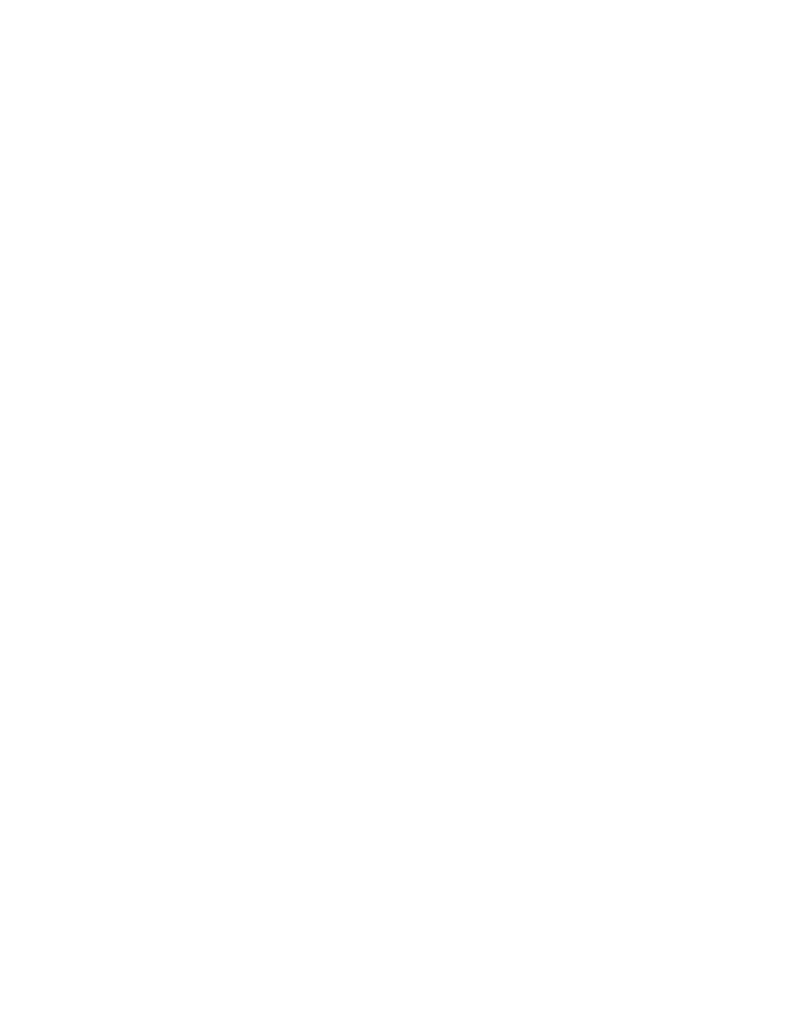
<source format=gto>
G04 #@! TF.GenerationSoftware,KiCad,Pcbnew,7.0.7-7.0.7~ubuntu22.04.1*
G04 #@! TF.CreationDate,2023-09-17T14:22:27+02:00*
G04 #@! TF.ProjectId,100x100mm_all,31303078-3130-4306-9d6d-5f616c6c2e6b,rev?*
G04 #@! TF.SameCoordinates,Original*
G04 #@! TF.FileFunction,Legend,Top*
G04 #@! TF.FilePolarity,Positive*
%FSLAX46Y46*%
G04 Gerber Fmt 4.6, Leading zero omitted, Abs format (unit mm)*
G04 Created by KiCad (PCBNEW 7.0.7-7.0.7~ubuntu22.04.1) date 2023-09-17 14:22:27*
%MOMM*%
%LPD*%
G01*
G04 APERTURE LIST*
%ADD10C,0.120000*%
G04 APERTURE END LIST*
D10*
X156196420Y-126236000D02*
X156477580Y-126236000D01*
X156196420Y-127256000D02*
X156477580Y-127256000D01*
X104027500Y-132858742D02*
X104027500Y-133333258D01*
X102982500Y-132858742D02*
X102982500Y-133333258D01*
X100205000Y-138035420D02*
X100205000Y-138316580D01*
X99185000Y-138035420D02*
X99185000Y-138316580D01*
X148987742Y-95743500D02*
X149462258Y-95743500D01*
X148987742Y-96788500D02*
X149462258Y-96788500D01*
X114425000Y-138316580D02*
X114425000Y-138035420D01*
X115445000Y-138316580D02*
X115445000Y-138035420D01*
X123065000Y-138035420D02*
X123065000Y-138316580D01*
X122045000Y-138035420D02*
X122045000Y-138316580D01*
X149462258Y-108218500D02*
X148987742Y-108218500D01*
X149462258Y-107173500D02*
X148987742Y-107173500D01*
X159622258Y-108218500D02*
X159147742Y-108218500D01*
X159622258Y-107173500D02*
X159147742Y-107173500D01*
X118110000Y-58186000D02*
X114660000Y-58186000D01*
X118110000Y-58186000D02*
X120060000Y-58186000D01*
X118110000Y-68306000D02*
X116160000Y-68306000D01*
X118110000Y-68306000D02*
X120060000Y-68306000D01*
X104755000Y-139446000D02*
X104755000Y-142896000D01*
X104755000Y-139446000D02*
X104755000Y-137496000D01*
X109875000Y-139446000D02*
X109875000Y-141396000D01*
X109875000Y-139446000D02*
X109875000Y-137496000D01*
X152805000Y-124546000D02*
X155805000Y-124546000D01*
X154305000Y-121326000D02*
X155805000Y-121326000D01*
X104015000Y-140575420D02*
X104015000Y-140856580D01*
X102995000Y-140575420D02*
X102995000Y-140856580D01*
X119505000Y-133236580D02*
X119505000Y-132955420D01*
X120525000Y-133236580D02*
X120525000Y-132955420D01*
X100205000Y-140575420D02*
X100205000Y-140856580D01*
X99185000Y-140575420D02*
X99185000Y-140856580D01*
X156196420Y-103376000D02*
X156477580Y-103376000D01*
X156196420Y-104396000D02*
X156477580Y-104396000D01*
X96645000Y-133236580D02*
X96645000Y-132955420D01*
X97665000Y-133236580D02*
X97665000Y-132955420D01*
X111647500Y-145558742D02*
X111647500Y-146033258D01*
X110602500Y-145558742D02*
X110602500Y-146033258D01*
X123065000Y-140575420D02*
X123065000Y-140856580D01*
X122045000Y-140575420D02*
X122045000Y-140856580D01*
X115457500Y-132858742D02*
X115457500Y-133333258D01*
X114412500Y-132858742D02*
X114412500Y-133333258D01*
X152132420Y-95756000D02*
X152413580Y-95756000D01*
X152132420Y-96776000D02*
X152413580Y-96776000D01*
X111647500Y-132858742D02*
X111647500Y-133333258D01*
X110602500Y-132858742D02*
X110602500Y-133333258D01*
X159147742Y-95743500D02*
X159622258Y-95743500D01*
X159147742Y-96788500D02*
X159622258Y-96788500D01*
X152132420Y-126236000D02*
X152413580Y-126236000D01*
X152132420Y-127256000D02*
X152413580Y-127256000D01*
X118110000Y-111526000D02*
X114660000Y-111526000D01*
X118110000Y-111526000D02*
X120060000Y-111526000D01*
X118110000Y-121646000D02*
X116160000Y-121646000D01*
X118110000Y-121646000D02*
X120060000Y-121646000D01*
X159147742Y-103363500D02*
X159622258Y-103363500D01*
X159147742Y-104408500D02*
X159622258Y-104408500D01*
X111635000Y-138035420D02*
X111635000Y-138316580D01*
X110615000Y-138035420D02*
X110615000Y-138316580D01*
X108075000Y-145936580D02*
X108075000Y-145655420D01*
X109095000Y-145936580D02*
X109095000Y-145655420D01*
X92597500Y-132858742D02*
X92597500Y-133333258D01*
X91552500Y-132858742D02*
X91552500Y-133333258D01*
X156477580Y-115826000D02*
X156196420Y-115826000D01*
X156477580Y-114806000D02*
X156196420Y-114806000D01*
X105535000Y-145936580D02*
X105535000Y-145655420D01*
X106555000Y-145936580D02*
X106555000Y-145655420D01*
X100217500Y-132858742D02*
X100217500Y-133333258D01*
X99172500Y-132858742D02*
X99172500Y-133333258D01*
X94105000Y-133236580D02*
X94105000Y-132955420D01*
X95125000Y-133236580D02*
X95125000Y-132955420D01*
X118110000Y-84856000D02*
X114660000Y-84856000D01*
X118110000Y-84856000D02*
X120060000Y-84856000D01*
X118110000Y-94976000D02*
X116160000Y-94976000D01*
X118110000Y-94976000D02*
X120060000Y-94976000D01*
X102982500Y-146033258D02*
X102982500Y-145558742D01*
X104027500Y-146033258D02*
X104027500Y-145558742D01*
X108075000Y-133236580D02*
X108075000Y-132955420D01*
X109095000Y-133236580D02*
X109095000Y-132955420D01*
X159622258Y-115838500D02*
X159147742Y-115838500D01*
X159622258Y-114793500D02*
X159147742Y-114793500D01*
X152132420Y-103376000D02*
X152413580Y-103376000D01*
X152132420Y-104396000D02*
X152413580Y-104396000D01*
X148987742Y-126223500D02*
X149462258Y-126223500D01*
X148987742Y-127268500D02*
X149462258Y-127268500D01*
X111635000Y-140575420D02*
X111635000Y-140856580D01*
X110615000Y-140575420D02*
X110615000Y-140856580D01*
X100217500Y-145558742D02*
X100217500Y-146033258D01*
X99172500Y-145558742D02*
X99172500Y-146033258D01*
X91565000Y-138316580D02*
X91565000Y-138035420D01*
X92585000Y-138316580D02*
X92585000Y-138035420D01*
X119505000Y-145936580D02*
X119505000Y-145655420D01*
X120525000Y-145936580D02*
X120525000Y-145655420D01*
X156477580Y-108206000D02*
X156196420Y-108206000D01*
X156477580Y-107186000D02*
X156196420Y-107186000D01*
X148987742Y-103363500D02*
X149462258Y-103363500D01*
X148987742Y-104408500D02*
X149462258Y-104408500D01*
X149462258Y-115838500D02*
X148987742Y-115838500D01*
X149462258Y-114793500D02*
X148987742Y-114793500D01*
X93325000Y-139446000D02*
X93325000Y-142896000D01*
X93325000Y-139446000D02*
X93325000Y-137496000D01*
X98445000Y-139446000D02*
X98445000Y-141396000D01*
X98445000Y-139446000D02*
X98445000Y-137496000D01*
X115445000Y-140575420D02*
X115445000Y-140856580D01*
X114425000Y-140575420D02*
X114425000Y-140856580D01*
X152805000Y-101686000D02*
X155805000Y-101686000D01*
X154305000Y-98466000D02*
X155805000Y-98466000D01*
X102995000Y-138316580D02*
X102995000Y-138035420D01*
X104015000Y-138316580D02*
X104015000Y-138035420D01*
X91552500Y-146033258D02*
X91552500Y-145558742D01*
X92597500Y-146033258D02*
X92597500Y-145558742D01*
X123077500Y-132858742D02*
X123077500Y-133333258D01*
X122032500Y-132858742D02*
X122032500Y-133333258D01*
X116965000Y-145936580D02*
X116965000Y-145655420D01*
X117985000Y-145936580D02*
X117985000Y-145655420D01*
X148987742Y-118603500D02*
X149462258Y-118603500D01*
X148987742Y-119648500D02*
X149462258Y-119648500D01*
X123077500Y-145558742D02*
X123077500Y-146033258D01*
X122032500Y-145558742D02*
X122032500Y-146033258D01*
X96645000Y-145936580D02*
X96645000Y-145655420D01*
X97665000Y-145936580D02*
X97665000Y-145655420D01*
X156196420Y-118616000D02*
X156477580Y-118616000D01*
X156196420Y-119636000D02*
X156477580Y-119636000D01*
X116185000Y-139446000D02*
X116185000Y-142896000D01*
X116185000Y-139446000D02*
X116185000Y-137496000D01*
X121305000Y-139446000D02*
X121305000Y-141396000D01*
X121305000Y-139446000D02*
X121305000Y-137496000D01*
X152413580Y-108206000D02*
X152132420Y-108206000D01*
X152413580Y-107186000D02*
X152132420Y-107186000D01*
X94105000Y-145936580D02*
X94105000Y-145655420D01*
X95125000Y-145936580D02*
X95125000Y-145655420D01*
X155805000Y-109896000D02*
X152805000Y-109896000D01*
X154305000Y-113116000D02*
X152805000Y-113116000D01*
X152132420Y-118616000D02*
X152413580Y-118616000D01*
X152132420Y-119636000D02*
X152413580Y-119636000D01*
X105535000Y-133236580D02*
X105535000Y-132955420D01*
X106555000Y-133236580D02*
X106555000Y-132955420D01*
X114412500Y-146033258D02*
X114412500Y-145558742D01*
X115457500Y-146033258D02*
X115457500Y-145558742D01*
X152413580Y-115826000D02*
X152132420Y-115826000D01*
X152413580Y-114806000D02*
X152132420Y-114806000D01*
X92585000Y-140575420D02*
X92585000Y-140856580D01*
X91565000Y-140575420D02*
X91565000Y-140856580D01*
X159147742Y-126223500D02*
X159622258Y-126223500D01*
X159147742Y-127268500D02*
X159622258Y-127268500D01*
X116965000Y-133236580D02*
X116965000Y-132955420D01*
X117985000Y-133236580D02*
X117985000Y-132955420D01*
X159147742Y-118603500D02*
X159622258Y-118603500D01*
X159147742Y-119648500D02*
X159622258Y-119648500D01*
X156196420Y-95756000D02*
X156477580Y-95756000D01*
X156196420Y-96776000D02*
X156477580Y-96776000D01*
%LPC*%
G36*
X185921121Y-50439002D02*
G01*
X185967614Y-50492658D01*
X185979000Y-50545000D01*
X185979000Y-148388000D01*
X185958998Y-148456121D01*
X185905342Y-148502614D01*
X185853000Y-148514000D01*
X90804000Y-148514000D01*
X90735879Y-148493998D01*
X90689386Y-148440342D01*
X90678000Y-148388000D01*
X90678000Y-146050006D01*
X101092000Y-146050006D01*
X101112576Y-146193113D01*
X101112578Y-146193120D01*
X101172644Y-146324647D01*
X101267331Y-146433921D01*
X101388967Y-146512091D01*
X101388971Y-146512093D01*
X101527704Y-146552829D01*
X101672296Y-146552829D01*
X101811028Y-146512093D01*
X101811032Y-146512091D01*
X101932668Y-146433921D01*
X102027355Y-146324647D01*
X102087421Y-146193120D01*
X102087423Y-146193113D01*
X102107999Y-146050006D01*
X112522000Y-146050006D01*
X112542576Y-146193113D01*
X112542578Y-146193120D01*
X112602644Y-146324647D01*
X112697331Y-146433921D01*
X112818967Y-146512091D01*
X112818971Y-146512093D01*
X112957704Y-146552829D01*
X113102296Y-146552829D01*
X113241028Y-146512093D01*
X113241032Y-146512091D01*
X113362668Y-146433921D01*
X113457355Y-146324647D01*
X113517421Y-146193120D01*
X113517423Y-146193113D01*
X113537999Y-146050006D01*
X123952000Y-146050006D01*
X123972576Y-146193113D01*
X123972578Y-146193120D01*
X124032644Y-146324647D01*
X124127331Y-146433921D01*
X124248967Y-146512091D01*
X124248971Y-146512093D01*
X124387704Y-146552829D01*
X124532296Y-146552829D01*
X124671028Y-146512093D01*
X124671032Y-146512091D01*
X124792668Y-146433921D01*
X124887355Y-146324647D01*
X124947421Y-146193120D01*
X124947423Y-146193113D01*
X124967999Y-146050006D01*
X129032000Y-146050006D01*
X129052576Y-146193113D01*
X129052578Y-146193120D01*
X129112644Y-146324647D01*
X129207331Y-146433921D01*
X129328967Y-146512091D01*
X129328971Y-146512093D01*
X129467704Y-146552829D01*
X129612296Y-146552829D01*
X129751028Y-146512093D01*
X129751032Y-146512091D01*
X129872668Y-146433921D01*
X129967355Y-146324647D01*
X130027421Y-146193120D01*
X130027423Y-146193113D01*
X130047999Y-146050006D01*
X145542000Y-146050006D01*
X145562576Y-146193113D01*
X145562578Y-146193120D01*
X145622644Y-146324647D01*
X145717331Y-146433921D01*
X145838967Y-146512091D01*
X145838971Y-146512093D01*
X145977704Y-146552829D01*
X146122296Y-146552829D01*
X146261028Y-146512093D01*
X146261032Y-146512091D01*
X146382668Y-146433921D01*
X146477355Y-146324647D01*
X146537421Y-146193120D01*
X146537423Y-146193113D01*
X146557999Y-146050006D01*
X162052000Y-146050006D01*
X162072576Y-146193113D01*
X162072578Y-146193120D01*
X162132644Y-146324647D01*
X162227331Y-146433921D01*
X162348967Y-146512091D01*
X162348971Y-146512093D01*
X162487704Y-146552829D01*
X162632296Y-146552829D01*
X162771028Y-146512093D01*
X162771032Y-146512091D01*
X162892668Y-146433921D01*
X162987355Y-146324647D01*
X163047421Y-146193120D01*
X163047423Y-146193113D01*
X163067999Y-146050006D01*
X163068000Y-146050002D01*
X163068000Y-138811006D01*
X173482000Y-138811006D01*
X173502576Y-138954113D01*
X173502578Y-138954120D01*
X173562644Y-139085647D01*
X173657331Y-139194921D01*
X173778967Y-139273091D01*
X173778971Y-139273093D01*
X173917704Y-139313829D01*
X174062296Y-139313829D01*
X174201028Y-139273093D01*
X174201032Y-139273091D01*
X174322668Y-139194921D01*
X174417355Y-139085647D01*
X174477421Y-138954120D01*
X174477423Y-138954113D01*
X174497999Y-138811006D01*
X174498000Y-138811001D01*
X174498000Y-132333998D01*
X174497999Y-132333993D01*
X174477423Y-132190886D01*
X174477421Y-132190879D01*
X174417355Y-132059352D01*
X174322668Y-131950078D01*
X174201032Y-131871908D01*
X174201028Y-131871906D01*
X174062296Y-131831171D01*
X173917704Y-131831171D01*
X173778971Y-131871906D01*
X173778967Y-131871908D01*
X173657331Y-131950078D01*
X173562644Y-132059352D01*
X173502578Y-132190879D01*
X173502576Y-132190886D01*
X173482000Y-132333993D01*
X173482000Y-138811006D01*
X163068000Y-138811006D01*
X163068000Y-138175997D01*
X163067999Y-138175993D01*
X163047423Y-138032886D01*
X163047421Y-138032879D01*
X162987355Y-137901352D01*
X162892668Y-137792078D01*
X162771032Y-137713908D01*
X162771028Y-137713906D01*
X162632296Y-137673171D01*
X162487704Y-137673171D01*
X162348971Y-137713906D01*
X162348967Y-137713908D01*
X162227331Y-137792078D01*
X162132644Y-137901352D01*
X162072578Y-138032879D01*
X162072576Y-138032886D01*
X162052000Y-138175993D01*
X162052000Y-146050006D01*
X146557999Y-146050006D01*
X146558000Y-146050001D01*
X146558000Y-140153296D01*
X150500171Y-140153296D01*
X150540906Y-140292028D01*
X150540908Y-140292032D01*
X150619078Y-140413668D01*
X150728352Y-140508355D01*
X150859879Y-140568421D01*
X150859886Y-140568423D01*
X151002993Y-140588999D01*
X151002998Y-140589000D01*
X157607002Y-140589000D01*
X157607006Y-140588999D01*
X157750113Y-140568423D01*
X157750120Y-140568421D01*
X157881647Y-140508355D01*
X157990921Y-140413668D01*
X158069091Y-140292032D01*
X158069093Y-140292028D01*
X158109829Y-140153296D01*
X158109829Y-140008703D01*
X158069093Y-139869971D01*
X158069091Y-139869967D01*
X157990921Y-139748331D01*
X157881647Y-139653644D01*
X157750120Y-139593578D01*
X157750113Y-139593576D01*
X157607006Y-139573000D01*
X151002993Y-139573000D01*
X150859886Y-139593576D01*
X150859879Y-139593578D01*
X150728352Y-139653644D01*
X150619078Y-139748331D01*
X150540908Y-139869967D01*
X150540906Y-139869971D01*
X150500171Y-140008703D01*
X150500171Y-140153296D01*
X146558000Y-140153296D01*
X146558000Y-138175998D01*
X146557999Y-138175993D01*
X146537423Y-138032886D01*
X146537421Y-138032879D01*
X146477355Y-137901352D01*
X146382668Y-137792078D01*
X146261032Y-137713908D01*
X146261028Y-137713906D01*
X146122296Y-137673171D01*
X145977704Y-137673171D01*
X145838971Y-137713906D01*
X145838967Y-137713908D01*
X145717331Y-137792078D01*
X145622644Y-137901352D01*
X145562578Y-138032879D01*
X145562576Y-138032886D01*
X145542000Y-138175993D01*
X145542000Y-146050006D01*
X130047999Y-146050006D01*
X130048000Y-146050002D01*
X130048000Y-140153296D01*
X133990171Y-140153296D01*
X134030906Y-140292028D01*
X134030908Y-140292032D01*
X134109078Y-140413668D01*
X134218352Y-140508355D01*
X134349879Y-140568421D01*
X134349886Y-140568423D01*
X134492993Y-140588999D01*
X134492998Y-140589000D01*
X141097002Y-140589000D01*
X141097006Y-140588999D01*
X141240113Y-140568423D01*
X141240120Y-140568421D01*
X141371647Y-140508355D01*
X141480921Y-140413668D01*
X141559091Y-140292032D01*
X141559093Y-140292028D01*
X141599829Y-140153296D01*
X141599829Y-140008703D01*
X141559093Y-139869971D01*
X141559091Y-139869967D01*
X141480921Y-139748331D01*
X141371647Y-139653644D01*
X141240120Y-139593578D01*
X141240113Y-139593576D01*
X141097006Y-139573000D01*
X134492993Y-139573000D01*
X134349886Y-139593576D01*
X134349879Y-139593578D01*
X134218352Y-139653644D01*
X134109078Y-139748331D01*
X134030908Y-139869967D01*
X134030906Y-139869971D01*
X133990171Y-140008703D01*
X133990171Y-140153296D01*
X130048000Y-140153296D01*
X130048000Y-138175998D01*
X130047999Y-138175993D01*
X130027423Y-138032886D01*
X130027421Y-138032879D01*
X129967355Y-137901352D01*
X129872668Y-137792078D01*
X129751032Y-137713908D01*
X129751028Y-137713906D01*
X129612296Y-137673171D01*
X129467704Y-137673171D01*
X129328971Y-137713906D01*
X129328967Y-137713908D01*
X129207331Y-137792078D01*
X129112644Y-137901352D01*
X129052578Y-138032879D01*
X129052576Y-138032886D01*
X129032000Y-138175993D01*
X129032000Y-146050006D01*
X124967999Y-146050006D01*
X124968000Y-146050001D01*
X124968000Y-133223006D01*
X129032000Y-133223006D01*
X129052576Y-133366113D01*
X129052578Y-133366120D01*
X129112644Y-133497647D01*
X129207331Y-133606921D01*
X129328967Y-133685091D01*
X129328971Y-133685093D01*
X129467704Y-133725829D01*
X129612296Y-133725829D01*
X129751028Y-133685093D01*
X129751032Y-133685091D01*
X129872668Y-133606921D01*
X129967355Y-133497647D01*
X130027421Y-133366120D01*
X130027423Y-133366113D01*
X130047999Y-133223006D01*
X145542000Y-133223006D01*
X145562576Y-133366113D01*
X145562578Y-133366120D01*
X145622644Y-133497647D01*
X145717331Y-133606921D01*
X145838967Y-133685091D01*
X145838971Y-133685093D01*
X145977704Y-133725829D01*
X146122296Y-133725829D01*
X146261028Y-133685093D01*
X146261032Y-133685091D01*
X146382668Y-133606921D01*
X146477355Y-133497647D01*
X146537421Y-133366120D01*
X146537423Y-133366113D01*
X146557999Y-133223006D01*
X162052000Y-133223006D01*
X162072576Y-133366113D01*
X162072578Y-133366120D01*
X162132644Y-133497647D01*
X162227331Y-133606921D01*
X162348967Y-133685091D01*
X162348971Y-133685093D01*
X162487704Y-133725829D01*
X162632296Y-133725829D01*
X162771028Y-133685093D01*
X162771032Y-133685091D01*
X162892668Y-133606921D01*
X162987355Y-133497647D01*
X163047421Y-133366120D01*
X163047423Y-133366113D01*
X163067999Y-133223006D01*
X163068000Y-133223002D01*
X163068000Y-127453296D01*
X166756171Y-127453296D01*
X166796906Y-127592028D01*
X166796908Y-127592032D01*
X166875078Y-127713668D01*
X166984352Y-127808355D01*
X167115879Y-127868421D01*
X167115886Y-127868423D01*
X167258993Y-127888999D01*
X167258998Y-127889000D01*
X168783002Y-127889000D01*
X168783006Y-127888999D01*
X168926113Y-127868423D01*
X168926120Y-127868421D01*
X169057647Y-127808355D01*
X169166921Y-127713668D01*
X169245091Y-127592032D01*
X169245093Y-127592028D01*
X169285829Y-127453296D01*
X173233170Y-127453296D01*
X173273906Y-127592028D01*
X173273908Y-127592032D01*
X173352078Y-127713668D01*
X173461352Y-127808355D01*
X173592879Y-127868421D01*
X173592886Y-127868423D01*
X173735993Y-127888999D01*
X173735998Y-127889000D01*
X175260002Y-127889000D01*
X175260006Y-127888999D01*
X175403113Y-127868423D01*
X175403120Y-127868421D01*
X175534647Y-127808355D01*
X175643921Y-127713668D01*
X175722091Y-127592032D01*
X175722093Y-127592028D01*
X175762829Y-127453296D01*
X179329170Y-127453296D01*
X179369906Y-127592028D01*
X179369908Y-127592032D01*
X179448078Y-127713668D01*
X179557352Y-127808355D01*
X179688879Y-127868421D01*
X179688886Y-127868423D01*
X179831993Y-127888999D01*
X179831998Y-127889000D01*
X181356002Y-127889000D01*
X181356006Y-127888999D01*
X181499113Y-127868423D01*
X181499120Y-127868421D01*
X181630647Y-127808355D01*
X181739921Y-127713668D01*
X181818091Y-127592032D01*
X181818093Y-127592028D01*
X181858829Y-127453296D01*
X181858829Y-127308703D01*
X181818093Y-127169971D01*
X181818091Y-127169967D01*
X181739921Y-127048331D01*
X181630647Y-126953644D01*
X181499120Y-126893578D01*
X181499113Y-126893576D01*
X181356006Y-126873000D01*
X179831993Y-126873000D01*
X179688886Y-126893576D01*
X179688879Y-126893578D01*
X179557352Y-126953644D01*
X179448078Y-127048331D01*
X179369908Y-127169967D01*
X179369906Y-127169971D01*
X179329170Y-127308703D01*
X179329170Y-127453296D01*
X175762829Y-127453296D01*
X175762829Y-127308703D01*
X175722093Y-127169971D01*
X175722091Y-127169967D01*
X175643921Y-127048331D01*
X175534647Y-126953644D01*
X175403120Y-126893578D01*
X175403113Y-126893576D01*
X175260006Y-126873000D01*
X173735993Y-126873000D01*
X173592886Y-126893576D01*
X173592879Y-126893578D01*
X173461352Y-126953644D01*
X173352078Y-127048331D01*
X173273908Y-127169967D01*
X173273906Y-127169971D01*
X173233170Y-127308703D01*
X173233170Y-127453296D01*
X169285829Y-127453296D01*
X169285829Y-127308703D01*
X169245093Y-127169971D01*
X169245091Y-127169967D01*
X169166921Y-127048331D01*
X169057647Y-126953644D01*
X168926120Y-126893578D01*
X168926113Y-126893576D01*
X168783006Y-126873000D01*
X167258993Y-126873000D01*
X167115886Y-126893576D01*
X167115879Y-126893578D01*
X166984352Y-126953644D01*
X166875078Y-127048331D01*
X166796908Y-127169967D01*
X166796906Y-127169971D01*
X166756171Y-127308703D01*
X166756171Y-127453296D01*
X163068000Y-127453296D01*
X163068000Y-125475998D01*
X163067999Y-125475993D01*
X163047423Y-125332886D01*
X163047421Y-125332879D01*
X162987355Y-125201352D01*
X162892668Y-125092078D01*
X162771032Y-125013908D01*
X162771028Y-125013906D01*
X162632296Y-124973171D01*
X162487704Y-124973171D01*
X162348971Y-125013906D01*
X162348967Y-125013908D01*
X162227331Y-125092078D01*
X162132644Y-125201352D01*
X162072578Y-125332879D01*
X162072576Y-125332886D01*
X162052000Y-125475993D01*
X162052000Y-133223006D01*
X146557999Y-133223006D01*
X146558000Y-133223002D01*
X146558000Y-128723296D01*
X150500171Y-128723296D01*
X150540906Y-128862028D01*
X150540908Y-128862032D01*
X150619078Y-128983668D01*
X150728352Y-129078355D01*
X150859879Y-129138421D01*
X150859886Y-129138423D01*
X151002993Y-129158999D01*
X151002998Y-129159000D01*
X157607002Y-129159000D01*
X157607006Y-129158999D01*
X157750113Y-129138423D01*
X157750120Y-129138421D01*
X157881647Y-129078355D01*
X157990921Y-128983668D01*
X158069091Y-128862032D01*
X158069093Y-128862028D01*
X158109829Y-128723296D01*
X158109829Y-128578703D01*
X158069093Y-128439971D01*
X158069091Y-128439967D01*
X157990921Y-128318331D01*
X157881647Y-128223644D01*
X157750120Y-128163578D01*
X157750113Y-128163576D01*
X157607006Y-128143000D01*
X151002993Y-128143000D01*
X150859886Y-128163576D01*
X150859879Y-128163578D01*
X150728352Y-128223644D01*
X150619078Y-128318331D01*
X150540908Y-128439967D01*
X150540906Y-128439971D01*
X150500171Y-128578703D01*
X150500171Y-128723296D01*
X146558000Y-128723296D01*
X146558000Y-125475997D01*
X146557999Y-125475993D01*
X146537423Y-125332886D01*
X146537421Y-125332879D01*
X146477355Y-125201352D01*
X146382668Y-125092078D01*
X146261032Y-125013908D01*
X146261028Y-125013906D01*
X146122296Y-124973171D01*
X145977704Y-124973171D01*
X145838971Y-125013906D01*
X145838967Y-125013908D01*
X145717331Y-125092078D01*
X145622644Y-125201352D01*
X145562578Y-125332879D01*
X145562576Y-125332886D01*
X145542000Y-125475993D01*
X145542000Y-133223006D01*
X130047999Y-133223006D01*
X130048000Y-133223002D01*
X130048000Y-131263296D01*
X133990171Y-131263296D01*
X134030906Y-131402028D01*
X134030908Y-131402032D01*
X134109078Y-131523668D01*
X134218352Y-131618355D01*
X134349879Y-131678421D01*
X134349886Y-131678423D01*
X134492993Y-131698999D01*
X134492998Y-131699000D01*
X141097002Y-131699000D01*
X141097006Y-131698999D01*
X141240113Y-131678423D01*
X141240120Y-131678421D01*
X141371647Y-131618355D01*
X141480921Y-131523668D01*
X141559091Y-131402032D01*
X141559093Y-131402028D01*
X141599829Y-131263296D01*
X141599829Y-131118703D01*
X141559093Y-130979971D01*
X141559091Y-130979967D01*
X141480921Y-130858331D01*
X141371647Y-130763644D01*
X141240120Y-130703578D01*
X141240113Y-130703576D01*
X141097006Y-130683000D01*
X134492993Y-130683000D01*
X134349886Y-130703576D01*
X134349879Y-130703578D01*
X134218352Y-130763644D01*
X134109078Y-130858331D01*
X134030908Y-130979967D01*
X134030906Y-130979971D01*
X133990171Y-131118703D01*
X133990171Y-131263296D01*
X130048000Y-131263296D01*
X130048000Y-125475997D01*
X130047999Y-125475993D01*
X130027423Y-125332886D01*
X130027421Y-125332879D01*
X129967355Y-125201352D01*
X129872668Y-125092078D01*
X129751032Y-125013908D01*
X129751028Y-125013906D01*
X129612296Y-124973171D01*
X129467704Y-124973171D01*
X129328971Y-125013906D01*
X129328967Y-125013908D01*
X129207331Y-125092078D01*
X129112644Y-125201352D01*
X129052578Y-125332879D01*
X129052576Y-125332886D01*
X129032000Y-125475993D01*
X129032000Y-133223006D01*
X124968000Y-133223006D01*
X124968000Y-132460998D01*
X124967999Y-132460993D01*
X124947423Y-132317886D01*
X124947421Y-132317879D01*
X124887355Y-132186352D01*
X124792668Y-132077078D01*
X124671032Y-131998908D01*
X124671028Y-131998906D01*
X124532296Y-131958171D01*
X124387704Y-131958171D01*
X124248971Y-131998906D01*
X124248967Y-131998908D01*
X124127331Y-132077078D01*
X124032644Y-132186352D01*
X123972578Y-132317879D01*
X123972576Y-132317886D01*
X123952000Y-132460993D01*
X123952000Y-146050006D01*
X113537999Y-146050006D01*
X113538000Y-146050001D01*
X113538000Y-132460998D01*
X113537999Y-132460993D01*
X113517423Y-132317886D01*
X113517421Y-132317879D01*
X113457355Y-132186352D01*
X113362668Y-132077078D01*
X113241032Y-131998908D01*
X113241028Y-131998906D01*
X113102296Y-131958171D01*
X112957704Y-131958171D01*
X112818971Y-131998906D01*
X112818967Y-131998908D01*
X112697331Y-132077078D01*
X112602644Y-132186352D01*
X112542578Y-132317879D01*
X112542576Y-132317886D01*
X112522000Y-132460993D01*
X112522000Y-146050006D01*
X102107999Y-146050006D01*
X102108000Y-146050002D01*
X102108000Y-132460997D01*
X102107999Y-132460993D01*
X102087423Y-132317886D01*
X102087421Y-132317879D01*
X102027355Y-132186352D01*
X101932668Y-132077078D01*
X101811032Y-131998908D01*
X101811028Y-131998906D01*
X101672296Y-131958171D01*
X101527704Y-131958171D01*
X101388971Y-131998906D01*
X101388967Y-131998908D01*
X101267331Y-132077078D01*
X101172644Y-132186352D01*
X101112578Y-132317879D01*
X101112576Y-132317886D01*
X101092000Y-132460993D01*
X101092000Y-146050006D01*
X90678000Y-146050006D01*
X90678000Y-129993296D01*
X94620171Y-129993296D01*
X94660906Y-130132028D01*
X94660908Y-130132032D01*
X94739078Y-130253668D01*
X94848352Y-130348355D01*
X94979879Y-130408421D01*
X94979886Y-130408423D01*
X95122993Y-130428999D01*
X95122998Y-130429000D01*
X99060002Y-130429000D01*
X99060006Y-130428999D01*
X99203113Y-130408423D01*
X99203120Y-130408421D01*
X99334647Y-130348355D01*
X99443921Y-130253668D01*
X99522091Y-130132032D01*
X99522093Y-130132028D01*
X99562829Y-129993296D01*
X103637171Y-129993296D01*
X103677906Y-130132028D01*
X103677908Y-130132032D01*
X103756078Y-130253668D01*
X103865352Y-130348355D01*
X103996879Y-130408421D01*
X103996886Y-130408423D01*
X104139993Y-130428999D01*
X104139998Y-130429000D01*
X110490002Y-130429000D01*
X110490006Y-130428999D01*
X110633113Y-130408423D01*
X110633120Y-130408421D01*
X110764647Y-130348355D01*
X110873921Y-130253668D01*
X110952091Y-130132032D01*
X110952093Y-130132028D01*
X110992829Y-129993296D01*
X115067171Y-129993296D01*
X115107906Y-130132028D01*
X115107908Y-130132032D01*
X115186078Y-130253668D01*
X115295352Y-130348355D01*
X115426879Y-130408421D01*
X115426886Y-130408423D01*
X115569993Y-130428999D01*
X115569998Y-130429000D01*
X122047002Y-130429000D01*
X122047006Y-130428999D01*
X122190113Y-130408423D01*
X122190120Y-130408421D01*
X122321647Y-130348355D01*
X122430921Y-130253668D01*
X122509091Y-130132032D01*
X122509093Y-130132028D01*
X122549829Y-129993296D01*
X122549829Y-129848703D01*
X122509093Y-129709971D01*
X122509091Y-129709967D01*
X122430921Y-129588331D01*
X122321647Y-129493644D01*
X122190120Y-129433578D01*
X122190113Y-129433576D01*
X122047006Y-129413000D01*
X115569993Y-129413000D01*
X115426886Y-129433576D01*
X115426879Y-129433578D01*
X115295352Y-129493644D01*
X115186078Y-129588331D01*
X115107908Y-129709967D01*
X115107906Y-129709971D01*
X115067171Y-129848703D01*
X115067171Y-129993296D01*
X110992829Y-129993296D01*
X110992829Y-129848703D01*
X110952093Y-129709971D01*
X110952091Y-129709967D01*
X110873921Y-129588331D01*
X110764647Y-129493644D01*
X110633120Y-129433578D01*
X110633113Y-129433576D01*
X110490006Y-129413000D01*
X104139993Y-129413000D01*
X103996886Y-129433576D01*
X103996879Y-129433578D01*
X103865352Y-129493644D01*
X103756078Y-129588331D01*
X103677908Y-129709967D01*
X103677906Y-129709971D01*
X103637171Y-129848703D01*
X103637171Y-129993296D01*
X99562829Y-129993296D01*
X99562829Y-129848703D01*
X99522093Y-129709971D01*
X99522091Y-129709967D01*
X99443921Y-129588331D01*
X99334647Y-129493644D01*
X99203120Y-129433578D01*
X99203113Y-129433576D01*
X99060006Y-129413000D01*
X95122993Y-129413000D01*
X94979886Y-129433576D01*
X94979879Y-129433578D01*
X94848352Y-129493644D01*
X94739078Y-129588331D01*
X94660908Y-129709967D01*
X94660906Y-129709971D01*
X94620171Y-129848703D01*
X94620171Y-129993296D01*
X90678000Y-129993296D01*
X90678000Y-124968006D01*
X106172000Y-124968006D01*
X106192576Y-125111113D01*
X106192578Y-125111120D01*
X106252644Y-125242647D01*
X106347331Y-125351921D01*
X106468967Y-125430091D01*
X106468971Y-125430093D01*
X106607704Y-125470829D01*
X106752296Y-125470829D01*
X106891028Y-125430093D01*
X106891032Y-125430091D01*
X107012668Y-125351921D01*
X107107355Y-125242647D01*
X107167421Y-125111120D01*
X107167423Y-125111113D01*
X107187999Y-124968006D01*
X107188000Y-124968001D01*
X107188000Y-122301006D01*
X168021000Y-122301006D01*
X168041576Y-122444113D01*
X168041578Y-122444120D01*
X168101644Y-122575647D01*
X168196331Y-122684921D01*
X168317967Y-122763091D01*
X168317971Y-122763093D01*
X168456704Y-122803829D01*
X168601296Y-122803829D01*
X168740028Y-122763093D01*
X168740032Y-122763091D01*
X168861668Y-122684921D01*
X168956355Y-122575647D01*
X169016421Y-122444120D01*
X169016423Y-122444113D01*
X169036999Y-122301006D01*
X173990000Y-122301006D01*
X174010576Y-122444113D01*
X174010578Y-122444120D01*
X174070644Y-122575647D01*
X174165331Y-122684921D01*
X174286967Y-122763091D01*
X174286971Y-122763093D01*
X174425704Y-122803829D01*
X174570296Y-122803829D01*
X174709028Y-122763093D01*
X174709032Y-122763091D01*
X174830668Y-122684921D01*
X174925355Y-122575647D01*
X174985421Y-122444120D01*
X174985423Y-122444113D01*
X175005999Y-122301006D01*
X179959000Y-122301006D01*
X179979576Y-122444113D01*
X179979578Y-122444120D01*
X180039644Y-122575647D01*
X180134331Y-122684921D01*
X180255967Y-122763091D01*
X180255971Y-122763093D01*
X180394704Y-122803829D01*
X180539296Y-122803829D01*
X180678028Y-122763093D01*
X180678032Y-122763091D01*
X180799668Y-122684921D01*
X180894355Y-122575647D01*
X180954421Y-122444120D01*
X180954423Y-122444113D01*
X180974999Y-122301006D01*
X180975000Y-122301001D01*
X180975000Y-99313998D01*
X180974999Y-99313993D01*
X180954423Y-99170886D01*
X180954421Y-99170879D01*
X180894355Y-99039352D01*
X180799668Y-98930078D01*
X180678032Y-98851908D01*
X180678028Y-98851906D01*
X180539296Y-98811171D01*
X180394704Y-98811171D01*
X180255971Y-98851906D01*
X180255967Y-98851908D01*
X180134331Y-98930078D01*
X180039644Y-99039352D01*
X179979578Y-99170879D01*
X179979576Y-99170886D01*
X179959000Y-99313993D01*
X179959000Y-122301006D01*
X175005999Y-122301006D01*
X175006000Y-122301001D01*
X175006000Y-99313997D01*
X175005999Y-99313993D01*
X174985423Y-99170886D01*
X174985421Y-99170879D01*
X174925355Y-99039352D01*
X174830668Y-98930078D01*
X174709032Y-98851908D01*
X174709028Y-98851906D01*
X174570296Y-98811171D01*
X174425704Y-98811171D01*
X174286971Y-98851906D01*
X174286967Y-98851908D01*
X174165331Y-98930078D01*
X174070644Y-99039352D01*
X174010578Y-99170879D01*
X174010576Y-99170886D01*
X173990000Y-99313993D01*
X173990000Y-122301006D01*
X169036999Y-122301006D01*
X169037000Y-122301001D01*
X169037000Y-99313997D01*
X169036999Y-99313993D01*
X169016423Y-99170886D01*
X169016421Y-99170879D01*
X168956355Y-99039352D01*
X168861668Y-98930078D01*
X168740032Y-98851908D01*
X168740028Y-98851906D01*
X168601296Y-98811171D01*
X168456704Y-98811171D01*
X168317971Y-98851906D01*
X168317967Y-98851908D01*
X168196331Y-98930078D01*
X168101644Y-99039352D01*
X168041578Y-99170879D01*
X168041576Y-99170886D01*
X168021000Y-99313993D01*
X168021000Y-122301006D01*
X107188000Y-122301006D01*
X107188000Y-120523006D01*
X129032000Y-120523006D01*
X129052576Y-120666113D01*
X129052578Y-120666120D01*
X129112644Y-120797647D01*
X129207331Y-120906921D01*
X129328967Y-120985091D01*
X129328971Y-120985093D01*
X129467704Y-121025829D01*
X129612296Y-121025829D01*
X129751028Y-120985093D01*
X129751032Y-120985091D01*
X129872668Y-120906921D01*
X129967355Y-120797647D01*
X130027421Y-120666120D01*
X130027423Y-120666113D01*
X130047999Y-120523006D01*
X145542000Y-120523006D01*
X145562576Y-120666113D01*
X145562578Y-120666120D01*
X145622644Y-120797647D01*
X145717331Y-120906921D01*
X145838967Y-120985091D01*
X145838971Y-120985093D01*
X145977704Y-121025829D01*
X146122296Y-121025829D01*
X146261028Y-120985093D01*
X146261032Y-120985091D01*
X146382668Y-120906921D01*
X146477355Y-120797647D01*
X146537421Y-120666120D01*
X146537423Y-120666113D01*
X146557999Y-120523006D01*
X162052000Y-120523006D01*
X162072576Y-120666113D01*
X162072578Y-120666120D01*
X162132644Y-120797647D01*
X162227331Y-120906921D01*
X162348967Y-120985091D01*
X162348971Y-120985093D01*
X162487704Y-121025829D01*
X162632296Y-121025829D01*
X162771028Y-120985093D01*
X162771032Y-120985091D01*
X162892668Y-120906921D01*
X162987355Y-120797647D01*
X163047421Y-120666120D01*
X163047423Y-120666113D01*
X163067999Y-120523006D01*
X163068000Y-120523002D01*
X163068000Y-114045997D01*
X163067999Y-114045993D01*
X163047423Y-113902886D01*
X163047421Y-113902879D01*
X162987355Y-113771352D01*
X162892668Y-113662078D01*
X162771032Y-113583908D01*
X162771028Y-113583906D01*
X162632296Y-113543171D01*
X162487704Y-113543171D01*
X162348971Y-113583906D01*
X162348967Y-113583908D01*
X162227331Y-113662078D01*
X162132644Y-113771352D01*
X162072578Y-113902879D01*
X162072576Y-113902886D01*
X162052000Y-114045993D01*
X162052000Y-120523006D01*
X146557999Y-120523006D01*
X146558000Y-120523001D01*
X146558000Y-117293296D01*
X150500171Y-117293296D01*
X150540906Y-117432028D01*
X150540908Y-117432032D01*
X150619078Y-117553668D01*
X150728352Y-117648355D01*
X150859879Y-117708421D01*
X150859886Y-117708423D01*
X151002993Y-117728999D01*
X151002998Y-117729000D01*
X157607002Y-117729000D01*
X157607006Y-117728999D01*
X157750113Y-117708423D01*
X157750120Y-117708421D01*
X157881647Y-117648355D01*
X157990921Y-117553668D01*
X158069091Y-117432032D01*
X158069093Y-117432028D01*
X158109829Y-117293296D01*
X158109829Y-117148703D01*
X158069093Y-117009971D01*
X158069091Y-117009967D01*
X157990921Y-116888331D01*
X157881647Y-116793644D01*
X157750120Y-116733578D01*
X157750113Y-116733576D01*
X157607006Y-116713000D01*
X151002993Y-116713000D01*
X150859886Y-116733576D01*
X150859879Y-116733578D01*
X150728352Y-116793644D01*
X150619078Y-116888331D01*
X150540908Y-117009967D01*
X150540906Y-117009971D01*
X150500171Y-117148703D01*
X150500171Y-117293296D01*
X146558000Y-117293296D01*
X146558000Y-113410998D01*
X146557999Y-113410993D01*
X146537423Y-113267886D01*
X146537421Y-113267879D01*
X146477355Y-113136352D01*
X146382668Y-113027078D01*
X146261032Y-112948908D01*
X146261028Y-112948906D01*
X146122296Y-112908171D01*
X145977704Y-112908171D01*
X145838971Y-112948906D01*
X145838967Y-112948908D01*
X145717331Y-113027078D01*
X145622644Y-113136352D01*
X145562578Y-113267879D01*
X145562576Y-113267886D01*
X145542000Y-113410993D01*
X145542000Y-120523006D01*
X130047999Y-120523006D01*
X130048000Y-120523002D01*
X130048000Y-114753296D01*
X133990171Y-114753296D01*
X134030906Y-114892028D01*
X134030908Y-114892032D01*
X134109078Y-115013668D01*
X134218352Y-115108355D01*
X134349879Y-115168421D01*
X134349886Y-115168423D01*
X134492993Y-115188999D01*
X134492998Y-115189000D01*
X141097002Y-115189000D01*
X141097006Y-115188999D01*
X141240113Y-115168423D01*
X141240120Y-115168421D01*
X141371647Y-115108355D01*
X141480921Y-115013668D01*
X141559091Y-114892032D01*
X141559093Y-114892028D01*
X141599829Y-114753296D01*
X141599829Y-114608703D01*
X141559093Y-114469971D01*
X141559091Y-114469967D01*
X141480921Y-114348331D01*
X141371647Y-114253644D01*
X141240120Y-114193578D01*
X141240113Y-114193576D01*
X141097006Y-114173000D01*
X134492993Y-114173000D01*
X134349886Y-114193576D01*
X134349879Y-114193578D01*
X134218352Y-114253644D01*
X134109078Y-114348331D01*
X134030908Y-114469967D01*
X134030906Y-114469971D01*
X133990171Y-114608703D01*
X133990171Y-114753296D01*
X130048000Y-114753296D01*
X130048000Y-109093006D01*
X162052000Y-109093006D01*
X162072576Y-109236113D01*
X162072578Y-109236120D01*
X162132644Y-109367647D01*
X162227331Y-109476921D01*
X162348967Y-109555091D01*
X162348971Y-109555093D01*
X162487704Y-109595829D01*
X162632296Y-109595829D01*
X162771028Y-109555093D01*
X162771032Y-109555091D01*
X162892668Y-109476921D01*
X162987355Y-109367647D01*
X163047421Y-109236120D01*
X163047423Y-109236113D01*
X163067999Y-109093006D01*
X163068000Y-109093001D01*
X163068000Y-100329998D01*
X163067999Y-100329993D01*
X163047423Y-100186886D01*
X163047421Y-100186879D01*
X162987355Y-100055352D01*
X162892668Y-99946078D01*
X162771032Y-99867908D01*
X162771028Y-99867906D01*
X162632296Y-99827171D01*
X162487704Y-99827171D01*
X162348971Y-99867906D01*
X162348967Y-99867908D01*
X162227331Y-99946078D01*
X162132644Y-100055352D01*
X162072578Y-100186879D01*
X162072576Y-100186886D01*
X162052000Y-100329993D01*
X162052000Y-109093006D01*
X130048000Y-109093006D01*
X130048000Y-108458006D01*
X145542000Y-108458006D01*
X145562576Y-108601113D01*
X145562578Y-108601120D01*
X145622644Y-108732647D01*
X145717331Y-108841921D01*
X145838967Y-108920091D01*
X145838971Y-108920093D01*
X145977704Y-108960829D01*
X146122296Y-108960829D01*
X146261028Y-108920093D01*
X146261032Y-108920091D01*
X146382668Y-108841921D01*
X146477355Y-108732647D01*
X146537421Y-108601120D01*
X146537423Y-108601113D01*
X146557999Y-108458006D01*
X146558000Y-108458002D01*
X146558000Y-105863296D01*
X150500171Y-105863296D01*
X150540906Y-106002028D01*
X150540908Y-106002032D01*
X150619078Y-106123668D01*
X150728352Y-106218355D01*
X150859879Y-106278421D01*
X150859886Y-106278423D01*
X151002993Y-106298999D01*
X151002998Y-106299000D01*
X157607002Y-106299000D01*
X157607006Y-106298999D01*
X157750113Y-106278423D01*
X157750120Y-106278421D01*
X157881647Y-106218355D01*
X157990921Y-106123668D01*
X158069091Y-106002032D01*
X158069093Y-106002028D01*
X158109829Y-105863296D01*
X158109829Y-105718703D01*
X158069093Y-105579971D01*
X158069091Y-105579967D01*
X157990921Y-105458331D01*
X157881647Y-105363644D01*
X157750120Y-105303578D01*
X157750113Y-105303576D01*
X157607006Y-105283000D01*
X151002993Y-105283000D01*
X150859886Y-105303576D01*
X150859879Y-105303578D01*
X150728352Y-105363644D01*
X150619078Y-105458331D01*
X150540908Y-105579967D01*
X150540906Y-105579971D01*
X150500171Y-105718703D01*
X150500171Y-105863296D01*
X146558000Y-105863296D01*
X146558000Y-102552498D01*
X146557999Y-102552493D01*
X146537423Y-102409386D01*
X146537421Y-102409379D01*
X146477355Y-102277852D01*
X146382668Y-102168578D01*
X146261032Y-102090408D01*
X146261028Y-102090406D01*
X146122296Y-102049671D01*
X145977704Y-102049671D01*
X145838971Y-102090406D01*
X145838967Y-102090408D01*
X145717331Y-102168578D01*
X145622644Y-102277852D01*
X145562578Y-102409379D01*
X145562576Y-102409386D01*
X145542000Y-102552493D01*
X145542000Y-108458006D01*
X130048000Y-108458006D01*
X130048000Y-106425997D01*
X130047999Y-106425993D01*
X130027423Y-106282886D01*
X130027421Y-106282879D01*
X129967355Y-106151352D01*
X129872668Y-106042078D01*
X129751032Y-105963908D01*
X129751028Y-105963906D01*
X129612296Y-105923171D01*
X129467704Y-105923171D01*
X129328971Y-105963906D01*
X129328967Y-105963908D01*
X129207331Y-106042078D01*
X129112644Y-106151352D01*
X129052578Y-106282879D01*
X129052576Y-106282886D01*
X129032000Y-106425993D01*
X129032000Y-120523006D01*
X107188000Y-120523006D01*
X107188000Y-119125998D01*
X107187999Y-119125993D01*
X107167423Y-118982886D01*
X107167421Y-118982879D01*
X107107355Y-118851352D01*
X107012668Y-118742078D01*
X106891032Y-118663908D01*
X106891028Y-118663906D01*
X106752296Y-118623171D01*
X106607704Y-118623171D01*
X106468971Y-118663906D01*
X106468967Y-118663908D01*
X106347331Y-118742078D01*
X106252644Y-118851352D01*
X106192578Y-118982879D01*
X106192576Y-118982886D01*
X106172000Y-119125993D01*
X106172000Y-124968006D01*
X90678000Y-124968006D01*
X90678000Y-114046006D01*
X106172000Y-114046006D01*
X106192576Y-114189113D01*
X106192578Y-114189120D01*
X106252644Y-114320647D01*
X106347331Y-114429921D01*
X106468967Y-114508091D01*
X106468971Y-114508093D01*
X106607704Y-114548829D01*
X106752296Y-114548829D01*
X106891028Y-114508093D01*
X106891032Y-114508091D01*
X107012668Y-114429921D01*
X107107355Y-114320647D01*
X107167421Y-114189120D01*
X107167423Y-114189113D01*
X107187999Y-114046006D01*
X107188000Y-114046002D01*
X107188000Y-103323296D01*
X111130171Y-103323296D01*
X111170906Y-103462028D01*
X111170908Y-103462032D01*
X111249078Y-103583668D01*
X111358352Y-103678355D01*
X111489879Y-103738421D01*
X111489886Y-103738423D01*
X111632993Y-103758999D01*
X111632998Y-103759000D01*
X124714002Y-103759000D01*
X124714006Y-103758999D01*
X124857113Y-103738423D01*
X124857120Y-103738421D01*
X124988647Y-103678355D01*
X125097921Y-103583668D01*
X125176091Y-103462032D01*
X125176093Y-103462028D01*
X125216829Y-103323296D01*
X125216829Y-103178703D01*
X125176093Y-103039971D01*
X125176091Y-103039967D01*
X125097921Y-102918331D01*
X124988647Y-102823644D01*
X124857120Y-102763578D01*
X124857113Y-102763576D01*
X124714006Y-102743000D01*
X111632993Y-102743000D01*
X111489886Y-102763576D01*
X111489879Y-102763578D01*
X111358352Y-102823644D01*
X111249078Y-102918331D01*
X111170908Y-103039967D01*
X111170906Y-103039971D01*
X111130171Y-103178703D01*
X111130171Y-103323296D01*
X107188000Y-103323296D01*
X107188000Y-101473006D01*
X129032000Y-101473006D01*
X129052576Y-101616113D01*
X129052578Y-101616120D01*
X129112644Y-101747647D01*
X129207331Y-101856921D01*
X129328967Y-101935091D01*
X129328971Y-101935093D01*
X129467704Y-101975829D01*
X129612296Y-101975829D01*
X129751028Y-101935093D01*
X129751032Y-101935091D01*
X129872668Y-101856921D01*
X129967355Y-101747647D01*
X130027421Y-101616120D01*
X130027423Y-101616113D01*
X130047999Y-101473006D01*
X130048000Y-101473002D01*
X130048000Y-97663006D01*
X145542000Y-97663006D01*
X145562576Y-97806113D01*
X145562578Y-97806120D01*
X145622644Y-97937647D01*
X145717331Y-98046921D01*
X145838967Y-98125091D01*
X145838971Y-98125093D01*
X145977704Y-98165829D01*
X146122296Y-98165829D01*
X146261028Y-98125093D01*
X146261032Y-98125091D01*
X146382668Y-98046921D01*
X146477355Y-97937647D01*
X146537421Y-97806120D01*
X146537423Y-97806113D01*
X146557999Y-97663006D01*
X146558000Y-97663002D01*
X146558000Y-95377006D01*
X162052000Y-95377006D01*
X162072576Y-95520113D01*
X162072578Y-95520120D01*
X162132644Y-95651647D01*
X162227331Y-95760921D01*
X162348967Y-95839091D01*
X162348971Y-95839093D01*
X162487704Y-95879829D01*
X162632296Y-95879829D01*
X162771028Y-95839093D01*
X162771032Y-95839091D01*
X162892668Y-95760921D01*
X162987355Y-95651647D01*
X163047421Y-95520120D01*
X163047423Y-95520113D01*
X163067999Y-95377006D01*
X163068000Y-95377001D01*
X163068000Y-94361006D01*
X168021000Y-94361006D01*
X168041576Y-94504113D01*
X168041578Y-94504120D01*
X168101644Y-94635647D01*
X168196331Y-94744921D01*
X168317967Y-94823091D01*
X168317971Y-94823093D01*
X168456704Y-94863829D01*
X168601296Y-94863829D01*
X168740028Y-94823093D01*
X168740032Y-94823091D01*
X168861668Y-94744921D01*
X168956355Y-94635647D01*
X169016421Y-94504120D01*
X169016423Y-94504113D01*
X169036999Y-94361006D01*
X173990000Y-94361006D01*
X174010576Y-94504113D01*
X174010578Y-94504120D01*
X174070644Y-94635647D01*
X174165331Y-94744921D01*
X174286967Y-94823091D01*
X174286971Y-94823093D01*
X174425704Y-94863829D01*
X174570296Y-94863829D01*
X174709028Y-94823093D01*
X174709032Y-94823091D01*
X174830668Y-94744921D01*
X174925355Y-94635647D01*
X174985421Y-94504120D01*
X174985423Y-94504113D01*
X175005999Y-94361006D01*
X179959000Y-94361006D01*
X179979576Y-94504113D01*
X179979578Y-94504120D01*
X180039644Y-94635647D01*
X180134331Y-94744921D01*
X180255967Y-94823091D01*
X180255971Y-94823093D01*
X180394704Y-94863829D01*
X180539296Y-94863829D01*
X180678028Y-94823093D01*
X180678032Y-94823091D01*
X180799668Y-94744921D01*
X180894355Y-94635647D01*
X180954421Y-94504120D01*
X180954423Y-94504113D01*
X180974999Y-94361006D01*
X180975000Y-94361002D01*
X180975000Y-71373998D01*
X180974999Y-71373993D01*
X180954423Y-71230886D01*
X180954421Y-71230879D01*
X180894355Y-71099352D01*
X180799668Y-70990078D01*
X180678032Y-70911908D01*
X180678028Y-70911906D01*
X180539296Y-70871171D01*
X180394704Y-70871171D01*
X180255971Y-70911906D01*
X180255967Y-70911908D01*
X180134331Y-70990078D01*
X180039644Y-71099352D01*
X179979578Y-71230879D01*
X179979576Y-71230886D01*
X179959000Y-71373993D01*
X179959000Y-94361006D01*
X175005999Y-94361006D01*
X175006000Y-94361001D01*
X175006000Y-71373998D01*
X175005999Y-71373993D01*
X174985423Y-71230886D01*
X174985421Y-71230879D01*
X174925355Y-71099352D01*
X174830668Y-70990078D01*
X174709032Y-70911908D01*
X174709028Y-70911906D01*
X174570296Y-70871171D01*
X174425704Y-70871171D01*
X174286971Y-70911906D01*
X174286967Y-70911908D01*
X174165331Y-70990078D01*
X174070644Y-71099352D01*
X174010578Y-71230879D01*
X174010576Y-71230886D01*
X173990000Y-71373993D01*
X173990000Y-94361006D01*
X169036999Y-94361006D01*
X169037000Y-94361002D01*
X169037000Y-71373998D01*
X169036999Y-71373993D01*
X169016423Y-71230886D01*
X169016421Y-71230879D01*
X168956355Y-71099352D01*
X168861668Y-70990078D01*
X168740032Y-70911908D01*
X168740028Y-70911906D01*
X168601296Y-70871171D01*
X168456704Y-70871171D01*
X168317971Y-70911906D01*
X168317967Y-70911908D01*
X168196331Y-70990078D01*
X168101644Y-71099352D01*
X168041578Y-71230879D01*
X168041576Y-71230886D01*
X168021000Y-71373993D01*
X168021000Y-94361006D01*
X163068000Y-94361006D01*
X163068000Y-66493296D01*
X166756171Y-66493296D01*
X166796906Y-66632028D01*
X166796908Y-66632032D01*
X166875078Y-66753668D01*
X166984352Y-66848355D01*
X167115879Y-66908421D01*
X167115886Y-66908423D01*
X167258993Y-66928999D01*
X167258998Y-66929000D01*
X168783002Y-66929000D01*
X168783006Y-66928999D01*
X168926113Y-66908423D01*
X168926120Y-66908421D01*
X169057647Y-66848355D01*
X169166921Y-66753668D01*
X169245091Y-66632032D01*
X169245093Y-66632028D01*
X169285829Y-66493296D01*
X173233170Y-66493296D01*
X173273906Y-66632028D01*
X173273908Y-66632032D01*
X173352078Y-66753668D01*
X173461352Y-66848355D01*
X173592879Y-66908421D01*
X173592886Y-66908423D01*
X173735993Y-66928999D01*
X173735998Y-66929000D01*
X175260002Y-66929000D01*
X175260006Y-66928999D01*
X175403113Y-66908423D01*
X175403120Y-66908421D01*
X175534647Y-66848355D01*
X175643921Y-66753668D01*
X175722091Y-66632032D01*
X175722093Y-66632028D01*
X175762829Y-66493296D01*
X179329170Y-66493296D01*
X179369906Y-66632028D01*
X179369908Y-66632032D01*
X179448078Y-66753668D01*
X179557352Y-66848355D01*
X179688879Y-66908421D01*
X179688886Y-66908423D01*
X179831993Y-66928999D01*
X179831998Y-66929000D01*
X181356002Y-66929000D01*
X181356006Y-66928999D01*
X181499113Y-66908423D01*
X181499120Y-66908421D01*
X181630647Y-66848355D01*
X181739921Y-66753668D01*
X181818091Y-66632032D01*
X181818093Y-66632028D01*
X181858829Y-66493296D01*
X181858829Y-66348703D01*
X181818093Y-66209971D01*
X181818091Y-66209967D01*
X181739921Y-66088331D01*
X181630647Y-65993644D01*
X181499120Y-65933578D01*
X181499113Y-65933576D01*
X181356006Y-65913000D01*
X179831993Y-65913000D01*
X179688886Y-65933576D01*
X179688879Y-65933578D01*
X179557352Y-65993644D01*
X179448078Y-66088331D01*
X179369908Y-66209967D01*
X179369906Y-66209971D01*
X179329170Y-66348703D01*
X179329170Y-66493296D01*
X175762829Y-66493296D01*
X175762829Y-66348703D01*
X175722093Y-66209971D01*
X175722091Y-66209967D01*
X175643921Y-66088331D01*
X175534647Y-65993644D01*
X175403120Y-65933578D01*
X175403113Y-65933576D01*
X175260006Y-65913000D01*
X173735993Y-65913000D01*
X173592886Y-65933576D01*
X173592879Y-65933578D01*
X173461352Y-65993644D01*
X173352078Y-66088331D01*
X173273908Y-66209967D01*
X173273906Y-66209971D01*
X173233170Y-66348703D01*
X173233170Y-66493296D01*
X169285829Y-66493296D01*
X169285829Y-66348703D01*
X169245093Y-66209971D01*
X169245091Y-66209967D01*
X169166921Y-66088331D01*
X169057647Y-65993644D01*
X168926120Y-65933578D01*
X168926113Y-65933576D01*
X168783006Y-65913000D01*
X167258993Y-65913000D01*
X167115886Y-65933576D01*
X167115879Y-65933578D01*
X166984352Y-65993644D01*
X166875078Y-66088331D01*
X166796908Y-66209967D01*
X166796906Y-66209971D01*
X166756171Y-66348703D01*
X166756171Y-66493296D01*
X163068000Y-66493296D01*
X163068000Y-63245997D01*
X163067999Y-63245993D01*
X163047423Y-63102886D01*
X163047421Y-63102879D01*
X162987355Y-62971352D01*
X162892668Y-62862078D01*
X162771032Y-62783908D01*
X162771028Y-62783906D01*
X162632296Y-62743171D01*
X162487704Y-62743171D01*
X162348971Y-62783906D01*
X162348967Y-62783908D01*
X162227331Y-62862078D01*
X162132644Y-62971352D01*
X162072578Y-63102879D01*
X162072576Y-63102886D01*
X162052000Y-63245993D01*
X162052000Y-95377006D01*
X146558000Y-95377006D01*
X146558000Y-94433296D01*
X150500171Y-94433296D01*
X150540906Y-94572028D01*
X150540908Y-94572032D01*
X150619078Y-94693668D01*
X150728352Y-94788355D01*
X150859879Y-94848421D01*
X150859886Y-94848423D01*
X151002993Y-94868999D01*
X151002998Y-94869000D01*
X157607002Y-94869000D01*
X157607006Y-94868999D01*
X157750113Y-94848423D01*
X157750120Y-94848421D01*
X157881647Y-94788355D01*
X157990921Y-94693668D01*
X158069091Y-94572032D01*
X158069093Y-94572028D01*
X158109829Y-94433296D01*
X158109829Y-94288703D01*
X158069093Y-94149971D01*
X158069091Y-94149967D01*
X157990921Y-94028331D01*
X157881647Y-93933644D01*
X157750120Y-93873578D01*
X157750113Y-93873576D01*
X157607006Y-93853000D01*
X151002993Y-93853000D01*
X150859886Y-93873576D01*
X150859879Y-93873578D01*
X150728352Y-93933644D01*
X150619078Y-94028331D01*
X150540908Y-94149967D01*
X150540906Y-94149971D01*
X150500171Y-94288703D01*
X150500171Y-94433296D01*
X146558000Y-94433296D01*
X146558000Y-91185997D01*
X146557999Y-91185993D01*
X146537423Y-91042886D01*
X146537421Y-91042879D01*
X146477355Y-90911352D01*
X146382668Y-90802078D01*
X146261032Y-90723908D01*
X146261028Y-90723906D01*
X146122296Y-90683171D01*
X145977704Y-90683171D01*
X145838971Y-90723906D01*
X145838967Y-90723908D01*
X145717331Y-90802078D01*
X145622644Y-90911352D01*
X145562578Y-91042879D01*
X145562576Y-91042886D01*
X145542000Y-91185993D01*
X145542000Y-97663006D01*
X130048000Y-97663006D01*
X130048000Y-93163296D01*
X133990171Y-93163296D01*
X134030906Y-93302028D01*
X134030908Y-93302032D01*
X134109078Y-93423668D01*
X134218352Y-93518355D01*
X134349879Y-93578421D01*
X134349886Y-93578423D01*
X134492993Y-93598999D01*
X134492998Y-93599000D01*
X141097002Y-93599000D01*
X141097006Y-93598999D01*
X141240113Y-93578423D01*
X141240120Y-93578421D01*
X141371647Y-93518355D01*
X141480921Y-93423668D01*
X141559091Y-93302032D01*
X141559093Y-93302028D01*
X141599829Y-93163296D01*
X141599829Y-93018703D01*
X141559093Y-92879971D01*
X141559091Y-92879967D01*
X141480921Y-92758331D01*
X141371647Y-92663644D01*
X141240120Y-92603578D01*
X141240113Y-92603576D01*
X141097006Y-92583000D01*
X134492993Y-92583000D01*
X134349886Y-92603576D01*
X134349879Y-92603578D01*
X134218352Y-92663644D01*
X134109078Y-92758331D01*
X134030908Y-92879967D01*
X134030906Y-92879971D01*
X133990171Y-93018703D01*
X133990171Y-93163296D01*
X130048000Y-93163296D01*
X130048000Y-86233006D01*
X145542000Y-86233006D01*
X145562576Y-86376113D01*
X145562578Y-86376120D01*
X145622644Y-86507647D01*
X145717331Y-86616921D01*
X145838967Y-86695091D01*
X145838971Y-86695093D01*
X145977704Y-86735829D01*
X146122296Y-86735829D01*
X146261028Y-86695093D01*
X146261032Y-86695091D01*
X146382668Y-86616921D01*
X146477355Y-86507647D01*
X146537421Y-86376120D01*
X146537423Y-86376113D01*
X146557999Y-86233006D01*
X146558000Y-86233002D01*
X146558000Y-83003296D01*
X150500171Y-83003296D01*
X150540906Y-83142028D01*
X150540908Y-83142032D01*
X150619078Y-83263668D01*
X150728352Y-83358355D01*
X150859879Y-83418421D01*
X150859886Y-83418423D01*
X151002993Y-83438999D01*
X151002998Y-83439000D01*
X157607002Y-83439000D01*
X157607006Y-83438999D01*
X157750113Y-83418423D01*
X157750120Y-83418421D01*
X157881647Y-83358355D01*
X157990921Y-83263668D01*
X158069091Y-83142032D01*
X158069093Y-83142028D01*
X158109829Y-83003296D01*
X158109829Y-82858703D01*
X158069093Y-82719971D01*
X158069091Y-82719967D01*
X157990921Y-82598331D01*
X157881647Y-82503644D01*
X157750120Y-82443578D01*
X157750113Y-82443576D01*
X157607006Y-82423000D01*
X151002993Y-82423000D01*
X150859886Y-82443576D01*
X150859879Y-82443578D01*
X150728352Y-82503644D01*
X150619078Y-82598331D01*
X150540908Y-82719967D01*
X150540906Y-82719971D01*
X150500171Y-82858703D01*
X150500171Y-83003296D01*
X146558000Y-83003296D01*
X146558000Y-79755997D01*
X146557999Y-79755993D01*
X146537423Y-79612886D01*
X146537421Y-79612879D01*
X146477355Y-79481352D01*
X146382668Y-79372078D01*
X146261032Y-79293908D01*
X146261028Y-79293906D01*
X146122296Y-79253171D01*
X145977704Y-79253171D01*
X145838971Y-79293906D01*
X145838967Y-79293908D01*
X145717331Y-79372078D01*
X145622644Y-79481352D01*
X145562578Y-79612879D01*
X145562576Y-79612886D01*
X145542000Y-79755993D01*
X145542000Y-86233006D01*
X130048000Y-86233006D01*
X130048000Y-84835998D01*
X130047999Y-84835993D01*
X130027423Y-84692886D01*
X130027421Y-84692879D01*
X129967355Y-84561352D01*
X129872668Y-84452078D01*
X129751032Y-84373908D01*
X129751028Y-84373906D01*
X129612296Y-84333171D01*
X129467704Y-84333171D01*
X129328971Y-84373906D01*
X129328967Y-84373908D01*
X129207331Y-84452078D01*
X129112644Y-84561352D01*
X129052578Y-84692879D01*
X129052576Y-84692886D01*
X129032000Y-84835993D01*
X129032000Y-101473006D01*
X107188000Y-101473006D01*
X107188000Y-92328997D01*
X107187999Y-92328993D01*
X107167423Y-92185886D01*
X107167421Y-92185879D01*
X107107355Y-92054352D01*
X107012668Y-91945078D01*
X106891032Y-91866908D01*
X106891028Y-91866906D01*
X106752296Y-91826171D01*
X106607704Y-91826171D01*
X106468971Y-91866906D01*
X106468967Y-91866908D01*
X106347331Y-91945078D01*
X106252644Y-92054352D01*
X106192578Y-92185879D01*
X106192576Y-92185886D01*
X106172000Y-92328993D01*
X106172000Y-114046006D01*
X90678000Y-114046006D01*
X90678000Y-103323296D01*
X94620171Y-103323296D01*
X94660906Y-103462028D01*
X94660908Y-103462032D01*
X94739078Y-103583668D01*
X94848352Y-103678355D01*
X94979879Y-103738421D01*
X94979886Y-103738423D01*
X95122993Y-103758999D01*
X95122998Y-103759000D01*
X101727002Y-103759000D01*
X101727006Y-103758999D01*
X101870113Y-103738423D01*
X101870120Y-103738421D01*
X102001647Y-103678355D01*
X102110921Y-103583668D01*
X102189091Y-103462032D01*
X102189093Y-103462028D01*
X102229829Y-103323296D01*
X102229829Y-103178703D01*
X102189093Y-103039971D01*
X102189091Y-103039967D01*
X102110921Y-102918331D01*
X102001647Y-102823644D01*
X101870120Y-102763578D01*
X101870113Y-102763576D01*
X101727006Y-102743000D01*
X95122993Y-102743000D01*
X94979886Y-102763576D01*
X94979879Y-102763578D01*
X94848352Y-102823644D01*
X94739078Y-102918331D01*
X94660908Y-103039967D01*
X94660906Y-103039971D01*
X94620171Y-103178703D01*
X94620171Y-103323296D01*
X90678000Y-103323296D01*
X90678000Y-87376006D01*
X106172000Y-87376006D01*
X106192576Y-87519113D01*
X106192578Y-87519120D01*
X106252644Y-87650647D01*
X106347331Y-87759921D01*
X106468967Y-87838091D01*
X106468971Y-87838093D01*
X106607704Y-87878829D01*
X106752296Y-87878829D01*
X106891028Y-87838093D01*
X106891032Y-87838091D01*
X107012668Y-87759921D01*
X107107355Y-87650647D01*
X107167421Y-87519120D01*
X107167423Y-87519113D01*
X107187999Y-87376006D01*
X107188000Y-87376002D01*
X107188000Y-79883006D01*
X129032000Y-79883006D01*
X129052576Y-80026113D01*
X129052578Y-80026120D01*
X129112644Y-80157647D01*
X129207331Y-80266921D01*
X129328967Y-80345091D01*
X129328971Y-80345093D01*
X129467704Y-80385829D01*
X129612296Y-80385829D01*
X129751028Y-80345093D01*
X129751032Y-80345091D01*
X129872668Y-80266921D01*
X129967355Y-80157647D01*
X130027421Y-80026120D01*
X130027423Y-80026113D01*
X130047999Y-79883006D01*
X130048000Y-79883001D01*
X130048000Y-74803006D01*
X145542000Y-74803006D01*
X145562576Y-74946113D01*
X145562578Y-74946120D01*
X145622644Y-75077647D01*
X145717331Y-75186921D01*
X145838967Y-75265091D01*
X145838971Y-75265093D01*
X145977704Y-75305829D01*
X146122296Y-75305829D01*
X146261028Y-75265093D01*
X146261032Y-75265091D01*
X146382668Y-75186921D01*
X146477355Y-75077647D01*
X146537421Y-74946120D01*
X146537423Y-74946113D01*
X146557999Y-74803006D01*
X146558000Y-74803002D01*
X146558000Y-66493296D01*
X150500171Y-66493296D01*
X150540906Y-66632028D01*
X150540908Y-66632032D01*
X150619078Y-66753668D01*
X150728352Y-66848355D01*
X150859879Y-66908421D01*
X150859886Y-66908423D01*
X151002993Y-66928999D01*
X151002998Y-66929000D01*
X157607002Y-66929000D01*
X157607006Y-66928999D01*
X157750113Y-66908423D01*
X157750120Y-66908421D01*
X157881647Y-66848355D01*
X157990921Y-66753668D01*
X158069091Y-66632032D01*
X158069093Y-66632028D01*
X158109829Y-66493296D01*
X158109829Y-66348703D01*
X158069093Y-66209971D01*
X158069091Y-66209967D01*
X157990921Y-66088331D01*
X157881647Y-65993644D01*
X157750120Y-65933578D01*
X157750113Y-65933576D01*
X157607006Y-65913000D01*
X151002993Y-65913000D01*
X150859886Y-65933576D01*
X150859879Y-65933578D01*
X150728352Y-65993644D01*
X150619078Y-66088331D01*
X150540908Y-66209967D01*
X150540906Y-66209971D01*
X150500171Y-66348703D01*
X150500171Y-66493296D01*
X146558000Y-66493296D01*
X146558000Y-63245997D01*
X146557999Y-63245993D01*
X146537423Y-63102886D01*
X146537421Y-63102879D01*
X146477355Y-62971352D01*
X146382668Y-62862078D01*
X146261032Y-62783908D01*
X146261028Y-62783906D01*
X146122296Y-62743171D01*
X145977704Y-62743171D01*
X145838971Y-62783906D01*
X145838967Y-62783908D01*
X145717331Y-62862078D01*
X145622644Y-62971352D01*
X145562578Y-63102879D01*
X145562576Y-63102886D01*
X145542000Y-63245993D01*
X145542000Y-74803006D01*
X130048000Y-74803006D01*
X130048000Y-71573296D01*
X133990171Y-71573296D01*
X134030906Y-71712028D01*
X134030908Y-71712032D01*
X134109078Y-71833668D01*
X134218352Y-71928355D01*
X134349879Y-71988421D01*
X134349886Y-71988423D01*
X134492993Y-72008999D01*
X134492998Y-72009000D01*
X141097002Y-72009000D01*
X141097006Y-72008999D01*
X141240113Y-71988423D01*
X141240120Y-71988421D01*
X141371647Y-71928355D01*
X141480921Y-71833668D01*
X141559091Y-71712032D01*
X141559093Y-71712028D01*
X141599829Y-71573296D01*
X141599829Y-71428703D01*
X141559093Y-71289971D01*
X141559091Y-71289967D01*
X141480921Y-71168331D01*
X141371647Y-71073644D01*
X141240120Y-71013578D01*
X141240113Y-71013576D01*
X141097006Y-70993000D01*
X134492993Y-70993000D01*
X134349886Y-71013576D01*
X134349879Y-71013578D01*
X134218352Y-71073644D01*
X134109078Y-71168331D01*
X134030908Y-71289967D01*
X134030906Y-71289971D01*
X133990171Y-71428703D01*
X133990171Y-71573296D01*
X130048000Y-71573296D01*
X130048000Y-63245998D01*
X130047999Y-63245993D01*
X130027423Y-63102886D01*
X130027421Y-63102879D01*
X129967355Y-62971352D01*
X129872668Y-62862078D01*
X129751032Y-62783908D01*
X129751028Y-62783906D01*
X129612296Y-62743171D01*
X129467704Y-62743171D01*
X129328971Y-62783906D01*
X129328967Y-62783908D01*
X129207331Y-62862078D01*
X129112644Y-62971352D01*
X129052578Y-63102879D01*
X129052576Y-63102886D01*
X129032000Y-63245993D01*
X129032000Y-79883006D01*
X107188000Y-79883006D01*
X107188000Y-76653296D01*
X111130171Y-76653296D01*
X111170906Y-76792028D01*
X111170908Y-76792032D01*
X111249078Y-76913668D01*
X111358352Y-77008355D01*
X111489879Y-77068421D01*
X111489886Y-77068423D01*
X111632993Y-77088999D01*
X111632998Y-77089000D01*
X124714002Y-77089000D01*
X124714006Y-77088999D01*
X124857113Y-77068423D01*
X124857120Y-77068421D01*
X124988647Y-77008355D01*
X125097921Y-76913668D01*
X125176091Y-76792032D01*
X125176093Y-76792028D01*
X125216829Y-76653296D01*
X125216829Y-76508703D01*
X125176093Y-76369971D01*
X125176091Y-76369967D01*
X125097921Y-76248331D01*
X124988647Y-76153644D01*
X124857120Y-76093578D01*
X124857113Y-76093576D01*
X124714006Y-76073000D01*
X111632993Y-76073000D01*
X111489886Y-76093576D01*
X111489879Y-76093578D01*
X111358352Y-76153644D01*
X111249078Y-76248331D01*
X111170908Y-76369967D01*
X111170906Y-76369971D01*
X111130171Y-76508703D01*
X111130171Y-76653296D01*
X107188000Y-76653296D01*
X107188000Y-65785997D01*
X107187999Y-65785993D01*
X107167423Y-65642886D01*
X107167421Y-65642879D01*
X107107355Y-65511352D01*
X107012668Y-65402078D01*
X106891032Y-65323908D01*
X106891028Y-65323906D01*
X106752296Y-65283171D01*
X106607704Y-65283171D01*
X106468971Y-65323906D01*
X106468967Y-65323908D01*
X106347331Y-65402078D01*
X106252644Y-65511352D01*
X106192578Y-65642879D01*
X106192576Y-65642886D01*
X106172000Y-65785993D01*
X106172000Y-87376006D01*
X90678000Y-87376006D01*
X90678000Y-76653296D01*
X94620171Y-76653296D01*
X94660906Y-76792028D01*
X94660908Y-76792032D01*
X94739078Y-76913668D01*
X94848352Y-77008355D01*
X94979879Y-77068421D01*
X94979886Y-77068423D01*
X95122993Y-77088999D01*
X95122998Y-77089000D01*
X101727002Y-77089000D01*
X101727006Y-77088999D01*
X101870113Y-77068423D01*
X101870120Y-77068421D01*
X102001647Y-77008355D01*
X102110921Y-76913668D01*
X102189091Y-76792032D01*
X102189093Y-76792028D01*
X102229829Y-76653296D01*
X102229829Y-76508703D01*
X102189093Y-76369971D01*
X102189091Y-76369967D01*
X102110921Y-76248331D01*
X102001647Y-76153644D01*
X101870120Y-76093578D01*
X101870113Y-76093576D01*
X101727006Y-76073000D01*
X95122993Y-76073000D01*
X94979886Y-76093576D01*
X94979879Y-76093578D01*
X94848352Y-76153644D01*
X94739078Y-76248331D01*
X94660908Y-76369967D01*
X94660906Y-76369971D01*
X94620171Y-76508703D01*
X94620171Y-76653296D01*
X90678000Y-76653296D01*
X90678000Y-61341006D01*
X173482000Y-61341006D01*
X173502576Y-61484113D01*
X173502578Y-61484120D01*
X173562644Y-61615647D01*
X173657331Y-61724921D01*
X173778967Y-61803091D01*
X173778971Y-61803093D01*
X173917704Y-61843829D01*
X174062296Y-61843829D01*
X174201028Y-61803093D01*
X174201032Y-61803091D01*
X174322668Y-61724921D01*
X174417355Y-61615647D01*
X174477421Y-61484120D01*
X174477423Y-61484113D01*
X174497999Y-61341006D01*
X174498000Y-61341002D01*
X174498000Y-54863997D01*
X174497999Y-54863993D01*
X174477423Y-54720886D01*
X174477421Y-54720879D01*
X174417355Y-54589352D01*
X174322668Y-54480078D01*
X174201032Y-54401908D01*
X174201028Y-54401906D01*
X174062296Y-54361171D01*
X173917704Y-54361171D01*
X173778971Y-54401906D01*
X173778967Y-54401908D01*
X173657331Y-54480078D01*
X173562644Y-54589352D01*
X173502578Y-54720879D01*
X173502576Y-54720886D01*
X173482000Y-54863993D01*
X173482000Y-61341006D01*
X90678000Y-61341006D01*
X90678000Y-60706006D01*
X106172000Y-60706006D01*
X106192576Y-60849113D01*
X106192578Y-60849120D01*
X106252644Y-60980647D01*
X106347331Y-61089921D01*
X106468967Y-61168091D01*
X106468971Y-61168093D01*
X106607704Y-61208829D01*
X106752296Y-61208829D01*
X106891028Y-61168093D01*
X106891032Y-61168091D01*
X107012668Y-61089921D01*
X107107355Y-60980647D01*
X107167421Y-60849120D01*
X107167423Y-60849113D01*
X107187999Y-60706006D01*
X107188000Y-60706001D01*
X107188000Y-58293006D01*
X129032000Y-58293006D01*
X129052576Y-58436113D01*
X129052578Y-58436120D01*
X129112644Y-58567647D01*
X129207331Y-58676921D01*
X129328967Y-58755091D01*
X129328971Y-58755093D01*
X129467704Y-58795829D01*
X129612296Y-58795829D01*
X129751028Y-58755093D01*
X129751032Y-58755091D01*
X129872668Y-58676921D01*
X129967355Y-58567647D01*
X130027421Y-58436120D01*
X130027423Y-58436113D01*
X130047999Y-58293006D01*
X145542000Y-58293006D01*
X145562576Y-58436113D01*
X145562578Y-58436120D01*
X145622644Y-58567647D01*
X145717331Y-58676921D01*
X145838967Y-58755091D01*
X145838971Y-58755093D01*
X145977704Y-58795829D01*
X146122296Y-58795829D01*
X146261028Y-58755093D01*
X146261032Y-58755091D01*
X146382668Y-58676921D01*
X146477355Y-58567647D01*
X146537421Y-58436120D01*
X146537423Y-58436113D01*
X146557999Y-58293006D01*
X162052000Y-58293006D01*
X162072576Y-58436113D01*
X162072578Y-58436120D01*
X162132644Y-58567647D01*
X162227331Y-58676921D01*
X162348967Y-58755091D01*
X162348971Y-58755093D01*
X162487704Y-58795829D01*
X162632296Y-58795829D01*
X162771028Y-58755093D01*
X162771032Y-58755091D01*
X162892668Y-58676921D01*
X162987355Y-58567647D01*
X163047421Y-58436120D01*
X163047423Y-58436113D01*
X163067999Y-58293006D01*
X163068000Y-58293001D01*
X163068000Y-54863997D01*
X163067999Y-54863993D01*
X163047423Y-54720886D01*
X163047421Y-54720879D01*
X162987355Y-54589352D01*
X162892668Y-54480078D01*
X162771032Y-54401908D01*
X162771028Y-54401906D01*
X162632296Y-54361171D01*
X162487704Y-54361171D01*
X162348971Y-54401906D01*
X162348967Y-54401908D01*
X162227331Y-54480078D01*
X162132644Y-54589352D01*
X162072578Y-54720879D01*
X162072576Y-54720886D01*
X162052000Y-54863993D01*
X162052000Y-58293006D01*
X146557999Y-58293006D01*
X146558000Y-58293002D01*
X146558000Y-54863998D01*
X146557999Y-54863993D01*
X146537423Y-54720886D01*
X146537421Y-54720879D01*
X146477355Y-54589352D01*
X146382668Y-54480078D01*
X146261032Y-54401908D01*
X146261028Y-54401906D01*
X146122296Y-54361171D01*
X145977704Y-54361171D01*
X145838971Y-54401906D01*
X145838967Y-54401908D01*
X145717331Y-54480078D01*
X145622644Y-54589352D01*
X145562578Y-54720879D01*
X145562576Y-54720886D01*
X145542000Y-54863993D01*
X145542000Y-58293006D01*
X130047999Y-58293006D01*
X130048000Y-58293002D01*
X130048000Y-54863998D01*
X130047999Y-54863993D01*
X130027423Y-54720886D01*
X130027421Y-54720879D01*
X129967355Y-54589352D01*
X129872668Y-54480078D01*
X129751032Y-54401908D01*
X129751028Y-54401906D01*
X129612296Y-54361171D01*
X129467704Y-54361171D01*
X129328971Y-54401906D01*
X129328967Y-54401908D01*
X129207331Y-54480078D01*
X129112644Y-54589352D01*
X129052578Y-54720879D01*
X129052576Y-54720886D01*
X129032000Y-54863993D01*
X129032000Y-58293006D01*
X107188000Y-58293006D01*
X107188000Y-54863998D01*
X107187999Y-54863993D01*
X107167423Y-54720886D01*
X107167421Y-54720879D01*
X107107355Y-54589352D01*
X107012668Y-54480078D01*
X106891032Y-54401908D01*
X106891028Y-54401906D01*
X106752296Y-54361171D01*
X106607704Y-54361171D01*
X106468971Y-54401906D01*
X106468967Y-54401908D01*
X106347331Y-54480078D01*
X106252644Y-54589352D01*
X106192578Y-54720879D01*
X106192576Y-54720886D01*
X106172000Y-54863993D01*
X106172000Y-60706006D01*
X90678000Y-60706006D01*
X90678000Y-50545000D01*
X90698002Y-50476879D01*
X90751658Y-50430386D01*
X90804000Y-50419000D01*
X185853000Y-50419000D01*
X185921121Y-50439002D01*
G37*
%LPD*%
M02*

</source>
